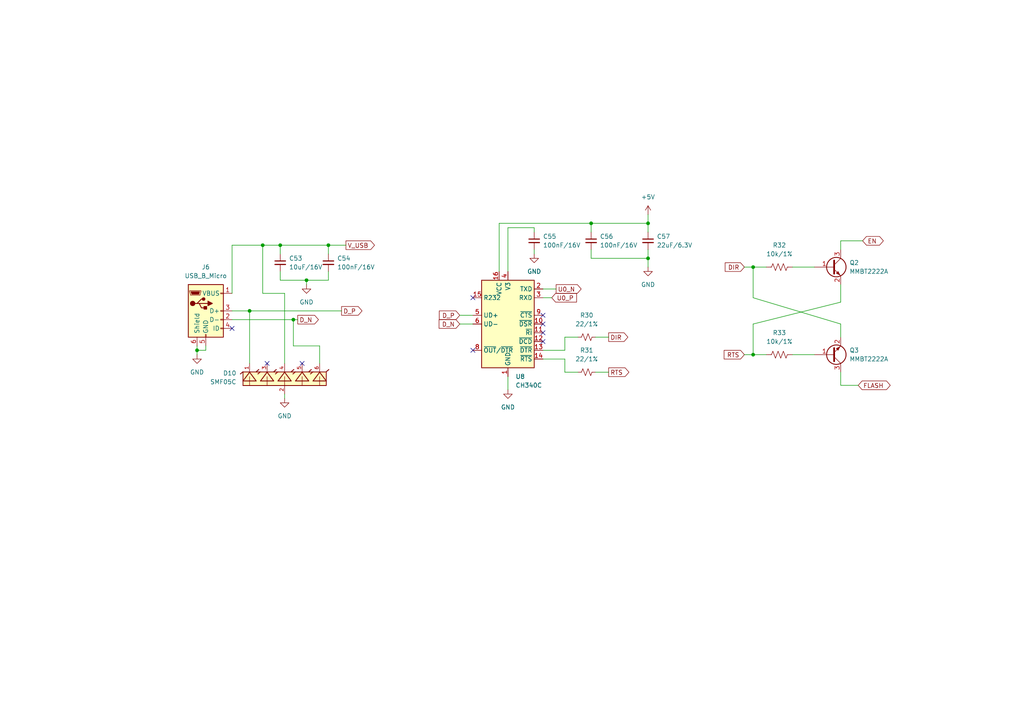
<source format=kicad_sch>
(kicad_sch (version 20230121) (generator eeschema)

  (uuid 061f9286-058e-44da-91bb-d925cbedb991)

  (paper "A4")

  (title_block
    (title "USB_TTL")
    (date "2024-03-08")
  )

  (lib_symbols
    (symbol "Connector:USB_B_Micro" (pin_names (offset 1.016)) (in_bom yes) (on_board yes)
      (property "Reference" "J" (at -5.08 11.43 0)
        (effects (font (size 1.27 1.27)) (justify left))
      )
      (property "Value" "USB_B_Micro" (at -5.08 8.89 0)
        (effects (font (size 1.27 1.27)) (justify left))
      )
      (property "Footprint" "" (at 3.81 -1.27 0)
        (effects (font (size 1.27 1.27)) hide)
      )
      (property "Datasheet" "~" (at 3.81 -1.27 0)
        (effects (font (size 1.27 1.27)) hide)
      )
      (property "ki_keywords" "connector USB micro" (at 0 0 0)
        (effects (font (size 1.27 1.27)) hide)
      )
      (property "ki_description" "USB Micro Type B connector" (at 0 0 0)
        (effects (font (size 1.27 1.27)) hide)
      )
      (property "ki_fp_filters" "USB*" (at 0 0 0)
        (effects (font (size 1.27 1.27)) hide)
      )
      (symbol "USB_B_Micro_0_1"
        (rectangle (start -5.08 -7.62) (end 5.08 7.62)
          (stroke (width 0.254) (type default))
          (fill (type background))
        )
        (circle (center -3.81 2.159) (radius 0.635)
          (stroke (width 0.254) (type default))
          (fill (type outline))
        )
        (circle (center -0.635 3.429) (radius 0.381)
          (stroke (width 0.254) (type default))
          (fill (type outline))
        )
        (rectangle (start -0.127 -7.62) (end 0.127 -6.858)
          (stroke (width 0) (type default))
          (fill (type none))
        )
        (polyline
          (pts
            (xy -1.905 2.159)
            (xy 0.635 2.159)
          )
          (stroke (width 0.254) (type default))
          (fill (type none))
        )
        (polyline
          (pts
            (xy -3.175 2.159)
            (xy -2.54 2.159)
            (xy -1.27 3.429)
            (xy -0.635 3.429)
          )
          (stroke (width 0.254) (type default))
          (fill (type none))
        )
        (polyline
          (pts
            (xy -2.54 2.159)
            (xy -1.905 2.159)
            (xy -1.27 0.889)
            (xy 0 0.889)
          )
          (stroke (width 0.254) (type default))
          (fill (type none))
        )
        (polyline
          (pts
            (xy 0.635 2.794)
            (xy 0.635 1.524)
            (xy 1.905 2.159)
            (xy 0.635 2.794)
          )
          (stroke (width 0.254) (type default))
          (fill (type outline))
        )
        (polyline
          (pts
            (xy -4.318 5.588)
            (xy -1.778 5.588)
            (xy -2.032 4.826)
            (xy -4.064 4.826)
            (xy -4.318 5.588)
          )
          (stroke (width 0) (type default))
          (fill (type outline))
        )
        (polyline
          (pts
            (xy -4.699 5.842)
            (xy -4.699 5.588)
            (xy -4.445 4.826)
            (xy -4.445 4.572)
            (xy -1.651 4.572)
            (xy -1.651 4.826)
            (xy -1.397 5.588)
            (xy -1.397 5.842)
            (xy -4.699 5.842)
          )
          (stroke (width 0) (type default))
          (fill (type none))
        )
        (rectangle (start 0.254 1.27) (end -0.508 0.508)
          (stroke (width 0.254) (type default))
          (fill (type outline))
        )
        (rectangle (start 5.08 -5.207) (end 4.318 -4.953)
          (stroke (width 0) (type default))
          (fill (type none))
        )
        (rectangle (start 5.08 -2.667) (end 4.318 -2.413)
          (stroke (width 0) (type default))
          (fill (type none))
        )
        (rectangle (start 5.08 -0.127) (end 4.318 0.127)
          (stroke (width 0) (type default))
          (fill (type none))
        )
        (rectangle (start 5.08 4.953) (end 4.318 5.207)
          (stroke (width 0) (type default))
          (fill (type none))
        )
      )
      (symbol "USB_B_Micro_1_1"
        (pin power_out line (at 7.62 5.08 180) (length 2.54)
          (name "VBUS" (effects (font (size 1.27 1.27))))
          (number "1" (effects (font (size 1.27 1.27))))
        )
        (pin bidirectional line (at 7.62 -2.54 180) (length 2.54)
          (name "D-" (effects (font (size 1.27 1.27))))
          (number "2" (effects (font (size 1.27 1.27))))
        )
        (pin bidirectional line (at 7.62 0 180) (length 2.54)
          (name "D+" (effects (font (size 1.27 1.27))))
          (number "3" (effects (font (size 1.27 1.27))))
        )
        (pin passive line (at 7.62 -5.08 180) (length 2.54)
          (name "ID" (effects (font (size 1.27 1.27))))
          (number "4" (effects (font (size 1.27 1.27))))
        )
        (pin power_out line (at 0 -10.16 90) (length 2.54)
          (name "GND" (effects (font (size 1.27 1.27))))
          (number "5" (effects (font (size 1.27 1.27))))
        )
        (pin passive line (at -2.54 -10.16 90) (length 2.54)
          (name "Shield" (effects (font (size 1.27 1.27))))
          (number "6" (effects (font (size 1.27 1.27))))
        )
      )
    )
    (symbol "Device:C_Small" (pin_numbers hide) (pin_names (offset 0.254) hide) (in_bom yes) (on_board yes)
      (property "Reference" "C" (at 0.254 1.778 0)
        (effects (font (size 1.27 1.27)) (justify left))
      )
      (property "Value" "C_Small" (at 0.254 -2.032 0)
        (effects (font (size 1.27 1.27)) (justify left))
      )
      (property "Footprint" "" (at 0 0 0)
        (effects (font (size 1.27 1.27)) hide)
      )
      (property "Datasheet" "~" (at 0 0 0)
        (effects (font (size 1.27 1.27)) hide)
      )
      (property "ki_keywords" "capacitor cap" (at 0 0 0)
        (effects (font (size 1.27 1.27)) hide)
      )
      (property "ki_description" "Unpolarized capacitor, small symbol" (at 0 0 0)
        (effects (font (size 1.27 1.27)) hide)
      )
      (property "ki_fp_filters" "C_*" (at 0 0 0)
        (effects (font (size 1.27 1.27)) hide)
      )
      (symbol "C_Small_0_1"
        (polyline
          (pts
            (xy -1.524 -0.508)
            (xy 1.524 -0.508)
          )
          (stroke (width 0.3302) (type default))
          (fill (type none))
        )
        (polyline
          (pts
            (xy -1.524 0.508)
            (xy 1.524 0.508)
          )
          (stroke (width 0.3048) (type default))
          (fill (type none))
        )
      )
      (symbol "C_Small_1_1"
        (pin passive line (at 0 2.54 270) (length 2.032)
          (name "~" (effects (font (size 1.27 1.27))))
          (number "1" (effects (font (size 1.27 1.27))))
        )
        (pin passive line (at 0 -2.54 90) (length 2.032)
          (name "~" (effects (font (size 1.27 1.27))))
          (number "2" (effects (font (size 1.27 1.27))))
        )
      )
    )
    (symbol "Device:R_Small_US" (pin_numbers hide) (pin_names (offset 0.254) hide) (in_bom yes) (on_board yes)
      (property "Reference" "R" (at 0.762 0.508 0)
        (effects (font (size 1.27 1.27)) (justify left))
      )
      (property "Value" "R_Small_US" (at 0.762 -1.016 0)
        (effects (font (size 1.27 1.27)) (justify left))
      )
      (property "Footprint" "" (at 0 0 0)
        (effects (font (size 1.27 1.27)) hide)
      )
      (property "Datasheet" "~" (at 0 0 0)
        (effects (font (size 1.27 1.27)) hide)
      )
      (property "ki_keywords" "r resistor" (at 0 0 0)
        (effects (font (size 1.27 1.27)) hide)
      )
      (property "ki_description" "Resistor, small US symbol" (at 0 0 0)
        (effects (font (size 1.27 1.27)) hide)
      )
      (property "ki_fp_filters" "R_*" (at 0 0 0)
        (effects (font (size 1.27 1.27)) hide)
      )
      (symbol "R_Small_US_1_1"
        (polyline
          (pts
            (xy 0 0)
            (xy 1.016 -0.381)
            (xy 0 -0.762)
            (xy -1.016 -1.143)
            (xy 0 -1.524)
          )
          (stroke (width 0) (type default))
          (fill (type none))
        )
        (polyline
          (pts
            (xy 0 1.524)
            (xy 1.016 1.143)
            (xy 0 0.762)
            (xy -1.016 0.381)
            (xy 0 0)
          )
          (stroke (width 0) (type default))
          (fill (type none))
        )
        (pin passive line (at 0 2.54 270) (length 1.016)
          (name "~" (effects (font (size 1.27 1.27))))
          (number "1" (effects (font (size 1.27 1.27))))
        )
        (pin passive line (at 0 -2.54 90) (length 1.016)
          (name "~" (effects (font (size 1.27 1.27))))
          (number "2" (effects (font (size 1.27 1.27))))
        )
      )
    )
    (symbol "Device:R_US" (pin_numbers hide) (pin_names (offset 0)) (in_bom yes) (on_board yes)
      (property "Reference" "R" (at 2.54 0 90)
        (effects (font (size 1.27 1.27)))
      )
      (property "Value" "R_US" (at -2.54 0 90)
        (effects (font (size 1.27 1.27)))
      )
      (property "Footprint" "" (at 1.016 -0.254 90)
        (effects (font (size 1.27 1.27)) hide)
      )
      (property "Datasheet" "~" (at 0 0 0)
        (effects (font (size 1.27 1.27)) hide)
      )
      (property "ki_keywords" "R res resistor" (at 0 0 0)
        (effects (font (size 1.27 1.27)) hide)
      )
      (property "ki_description" "Resistor, US symbol" (at 0 0 0)
        (effects (font (size 1.27 1.27)) hide)
      )
      (property "ki_fp_filters" "R_*" (at 0 0 0)
        (effects (font (size 1.27 1.27)) hide)
      )
      (symbol "R_US_0_1"
        (polyline
          (pts
            (xy 0 -2.286)
            (xy 0 -2.54)
          )
          (stroke (width 0) (type default))
          (fill (type none))
        )
        (polyline
          (pts
            (xy 0 2.286)
            (xy 0 2.54)
          )
          (stroke (width 0) (type default))
          (fill (type none))
        )
        (polyline
          (pts
            (xy 0 -0.762)
            (xy 1.016 -1.143)
            (xy 0 -1.524)
            (xy -1.016 -1.905)
            (xy 0 -2.286)
          )
          (stroke (width 0) (type default))
          (fill (type none))
        )
        (polyline
          (pts
            (xy 0 0.762)
            (xy 1.016 0.381)
            (xy 0 0)
            (xy -1.016 -0.381)
            (xy 0 -0.762)
          )
          (stroke (width 0) (type default))
          (fill (type none))
        )
        (polyline
          (pts
            (xy 0 2.286)
            (xy 1.016 1.905)
            (xy 0 1.524)
            (xy -1.016 1.143)
            (xy 0 0.762)
          )
          (stroke (width 0) (type default))
          (fill (type none))
        )
      )
      (symbol "R_US_1_1"
        (pin passive line (at 0 3.81 270) (length 1.27)
          (name "~" (effects (font (size 1.27 1.27))))
          (number "1" (effects (font (size 1.27 1.27))))
        )
        (pin passive line (at 0 -3.81 90) (length 1.27)
          (name "~" (effects (font (size 1.27 1.27))))
          (number "2" (effects (font (size 1.27 1.27))))
        )
      )
    )
    (symbol "Interface_USB:CH340C" (in_bom yes) (on_board yes)
      (property "Reference" "U" (at -5.08 13.97 0)
        (effects (font (size 1.27 1.27)) (justify right))
      )
      (property "Value" "CH340C" (at 1.27 13.97 0)
        (effects (font (size 1.27 1.27)) (justify left))
      )
      (property "Footprint" "Package_SO:SOIC-16_3.9x9.9mm_P1.27mm" (at 1.27 -13.97 0)
        (effects (font (size 1.27 1.27)) (justify left) hide)
      )
      (property "Datasheet" "https://datasheet.lcsc.com/szlcsc/Jiangsu-Qin-Heng-CH340C_C84681.pdf" (at -8.89 20.32 0)
        (effects (font (size 1.27 1.27)) hide)
      )
      (property "ki_keywords" "USB UART Serial Converter Interface" (at 0 0 0)
        (effects (font (size 1.27 1.27)) hide)
      )
      (property "ki_description" "USB serial converter, UART, SOIC-16" (at 0 0 0)
        (effects (font (size 1.27 1.27)) hide)
      )
      (property "ki_fp_filters" "SOIC*3.9x9.9mm*P1.27mm*" (at 0 0 0)
        (effects (font (size 1.27 1.27)) hide)
      )
      (symbol "CH340C_0_1"
        (rectangle (start -7.62 12.7) (end 7.62 -12.7)
          (stroke (width 0.254) (type default))
          (fill (type background))
        )
      )
      (symbol "CH340C_1_1"
        (pin power_in line (at 0 -15.24 90) (length 2.54)
          (name "GND" (effects (font (size 1.27 1.27))))
          (number "1" (effects (font (size 1.27 1.27))))
        )
        (pin input line (at 10.16 0 180) (length 2.54)
          (name "~{DSR}" (effects (font (size 1.27 1.27))))
          (number "10" (effects (font (size 1.27 1.27))))
        )
        (pin input line (at 10.16 -2.54 180) (length 2.54)
          (name "~{RI}" (effects (font (size 1.27 1.27))))
          (number "11" (effects (font (size 1.27 1.27))))
        )
        (pin input line (at 10.16 -5.08 180) (length 2.54)
          (name "~{DCD}" (effects (font (size 1.27 1.27))))
          (number "12" (effects (font (size 1.27 1.27))))
        )
        (pin output line (at 10.16 -7.62 180) (length 2.54)
          (name "~{DTR}" (effects (font (size 1.27 1.27))))
          (number "13" (effects (font (size 1.27 1.27))))
        )
        (pin output line (at 10.16 -10.16 180) (length 2.54)
          (name "~{RTS}" (effects (font (size 1.27 1.27))))
          (number "14" (effects (font (size 1.27 1.27))))
        )
        (pin input line (at -10.16 7.62 0) (length 2.54)
          (name "R232" (effects (font (size 1.27 1.27))))
          (number "15" (effects (font (size 1.27 1.27))))
        )
        (pin power_in line (at -2.54 15.24 270) (length 2.54)
          (name "VCC" (effects (font (size 1.27 1.27))))
          (number "16" (effects (font (size 1.27 1.27))))
        )
        (pin output line (at 10.16 10.16 180) (length 2.54)
          (name "TXD" (effects (font (size 1.27 1.27))))
          (number "2" (effects (font (size 1.27 1.27))))
        )
        (pin input line (at 10.16 7.62 180) (length 2.54)
          (name "RXD" (effects (font (size 1.27 1.27))))
          (number "3" (effects (font (size 1.27 1.27))))
        )
        (pin power_out line (at 0 15.24 270) (length 2.54)
          (name "V3" (effects (font (size 1.27 1.27))))
          (number "4" (effects (font (size 1.27 1.27))))
        )
        (pin bidirectional line (at -10.16 2.54 0) (length 2.54)
          (name "UD+" (effects (font (size 1.27 1.27))))
          (number "5" (effects (font (size 1.27 1.27))))
        )
        (pin bidirectional line (at -10.16 0 0) (length 2.54)
          (name "UD-" (effects (font (size 1.27 1.27))))
          (number "6" (effects (font (size 1.27 1.27))))
        )
        (pin no_connect line (at -7.62 -5.08 0) (length 2.54) hide
          (name "NC" (effects (font (size 1.27 1.27))))
          (number "7" (effects (font (size 1.27 1.27))))
        )
        (pin output line (at -10.16 -7.62 0) (length 2.54)
          (name "~{OUT}/~{DTR}" (effects (font (size 1.27 1.27))))
          (number "8" (effects (font (size 1.27 1.27))))
        )
        (pin input line (at 10.16 2.54 180) (length 2.54)
          (name "~{CTS}" (effects (font (size 1.27 1.27))))
          (number "9" (effects (font (size 1.27 1.27))))
        )
      )
    )
    (symbol "MMBT2222A:MMBT2222A" (pin_names (offset 1.016)) (in_bom yes) (on_board yes)
      (property "Reference" "Q" (at 5.08 2.54 0)
        (effects (font (size 1.27 1.27)) (justify left bottom))
      )
      (property "Value" "MMBT2222A" (at 7.62 0 0)
        (effects (font (size 1.27 1.27)) (justify left bottom))
      )
      (property "Footprint" "MMBT2222A:SOT103P240X110-3N" (at -2.54 11.43 0)
        (effects (font (size 1.27 1.27)) (justify bottom) hide)
      )
      (property "Datasheet" "" (at 0 0 0)
        (effects (font (size 1.27 1.27)) hide)
      )
      (symbol "MMBT2222A_0_1"
        (polyline
          (pts
            (xy 1.905 0.635)
            (xy 3.81 2.54)
          )
          (stroke (width 0) (type default))
          (fill (type none))
        )
        (polyline
          (pts
            (xy 1.905 -0.635)
            (xy 3.81 -2.54)
            (xy 3.81 -2.54)
          )
          (stroke (width 0) (type default))
          (fill (type none))
        )
        (polyline
          (pts
            (xy 1.905 1.905)
            (xy 1.905 -1.905)
            (xy 1.905 -1.905)
          )
          (stroke (width 0.508) (type default))
          (fill (type none))
        )
        (polyline
          (pts
            (xy 2.54 -1.778)
            (xy 3.048 -1.27)
            (xy 3.556 -2.286)
            (xy 2.54 -1.778)
            (xy 2.54 -1.778)
          )
          (stroke (width 0) (type default))
          (fill (type outline))
        )
        (circle (center 2.54 0) (radius 2.8194)
          (stroke (width 0.254) (type default))
          (fill (type none))
        )
      )
      (symbol "MMBT2222A_1_1"
        (pin passive line (at -3.81 0 0) (length 5.715)
          (name "" (effects (font (size 1.27 1.27))))
          (number "1" (effects (font (size 1.27 1.27))))
        )
        (pin passive line (at 3.81 -5.08 90) (length 2.54)
          (name "" (effects (font (size 1.27 1.27))))
          (number "2" (effects (font (size 1.27 1.27))))
        )
        (pin passive line (at 3.81 5.08 270) (length 2.54)
          (name "" (effects (font (size 1.27 1.27))))
          (number "3" (effects (font (size 1.27 1.27))))
        )
      )
    )
    (symbol "SMF05C:SMF05C" (pin_names (offset 1.016)) (in_bom yes) (on_board yes)
      (property "Reference" "D" (at -23.0178 0.1016 0)
        (effects (font (size 1.27 1.27)) (justify left bottom))
      )
      (property "Value" "SMF05C" (at -23.0396 -1.9581 0)
        (effects (font (size 1.27 1.27)) (justify left bottom))
      )
      (property "Footprint" "SMF05C:SC70-6" (at 0 0 0)
        (effects (font (size 1.27 1.27)) (justify bottom) hide)
      )
      (property "Datasheet" "" (at 0 0 0)
        (effects (font (size 1.27 1.27)) hide)
      )
      (property "Description" "SMF05C ESD Protection Diode Array SOT-363" (at 1.27 -13.97 0)
        (effects (font (size 1.27 1.27)) (justify bottom) hide)
      )
      (property "URL" "https://www.thegioiic.com/smf05c-esd-protection-diode-array-sot-363" (at 0 -10.16 0)
        (effects (font (size 1.27 1.27)) hide)
      )
      (symbol "SMF05C_0_0"
        (rectangle (start -9.525 1.3335) (end 14.605 -2.6035)
          (stroke (width 0.254) (type default))
          (fill (type background))
        )
        (polyline
          (pts
            (xy -9.525 -1.27)
            (xy -5.715 -1.27)
          )
          (stroke (width 0.254) (type default))
          (fill (type none))
        )
        (polyline
          (pts
            (xy -9.525 1.397)
            (xy -10.287 0.762)
          )
          (stroke (width 0.254) (type default))
          (fill (type none))
        )
        (polyline
          (pts
            (xy -7.62 0)
            (xy -7.62 -2.54)
          )
          (stroke (width 0.1524) (type default))
          (fill (type none))
        )
        (polyline
          (pts
            (xy -7.62 1.27)
            (xy -9.525 -1.27)
          )
          (stroke (width 0.254) (type default))
          (fill (type none))
        )
        (polyline
          (pts
            (xy -5.715 -1.27)
            (xy -7.62 1.27)
          )
          (stroke (width 0.254) (type default))
          (fill (type none))
        )
        (polyline
          (pts
            (xy -5.715 1.397)
            (xy -4.953 2.032)
          )
          (stroke (width 0.254) (type default))
          (fill (type none))
        )
        (polyline
          (pts
            (xy -4.445 -1.27)
            (xy -0.635 -1.27)
          )
          (stroke (width 0.254) (type default))
          (fill (type none))
        )
        (polyline
          (pts
            (xy -4.445 1.397)
            (xy -5.207 0.762)
          )
          (stroke (width 0.254) (type default))
          (fill (type none))
        )
        (polyline
          (pts
            (xy -2.54 0)
            (xy -2.54 -2.54)
          )
          (stroke (width 0.1524) (type default))
          (fill (type none))
        )
        (polyline
          (pts
            (xy -2.54 1.27)
            (xy -4.445 -1.27)
          )
          (stroke (width 0.254) (type default))
          (fill (type none))
        )
        (polyline
          (pts
            (xy -0.635 -1.27)
            (xy -2.54 1.27)
          )
          (stroke (width 0.254) (type default))
          (fill (type none))
        )
        (polyline
          (pts
            (xy -0.635 1.397)
            (xy 0.127 2.032)
          )
          (stroke (width 0.254) (type default))
          (fill (type none))
        )
        (polyline
          (pts
            (xy 0.635 -1.27)
            (xy 4.445 -1.27)
          )
          (stroke (width 0.254) (type default))
          (fill (type none))
        )
        (polyline
          (pts
            (xy 0.635 1.397)
            (xy -0.127 0.762)
          )
          (stroke (width 0.254) (type default))
          (fill (type none))
        )
        (polyline
          (pts
            (xy 2.54 0)
            (xy 2.54 -2.54)
          )
          (stroke (width 0.1524) (type default))
          (fill (type none))
        )
        (polyline
          (pts
            (xy 2.54 1.27)
            (xy 0.635 -1.27)
          )
          (stroke (width 0.254) (type default))
          (fill (type none))
        )
        (polyline
          (pts
            (xy 4.445 -1.27)
            (xy 2.54 1.27)
          )
          (stroke (width 0.254) (type default))
          (fill (type none))
        )
        (polyline
          (pts
            (xy 4.445 1.397)
            (xy 5.207 2.032)
          )
          (stroke (width 0.254) (type default))
          (fill (type none))
        )
        (polyline
          (pts
            (xy 5.715 -1.27)
            (xy 9.525 -1.27)
          )
          (stroke (width 0.254) (type default))
          (fill (type none))
        )
        (polyline
          (pts
            (xy 5.715 1.397)
            (xy 4.953 0.762)
          )
          (stroke (width 0.254) (type default))
          (fill (type none))
        )
        (polyline
          (pts
            (xy 7.62 0)
            (xy 7.62 -2.54)
          )
          (stroke (width 0.1524) (type default))
          (fill (type none))
        )
        (polyline
          (pts
            (xy 7.62 1.27)
            (xy 5.715 -1.27)
          )
          (stroke (width 0.254) (type default))
          (fill (type none))
        )
        (polyline
          (pts
            (xy 9.525 -1.27)
            (xy 7.62 1.27)
          )
          (stroke (width 0.254) (type default))
          (fill (type none))
        )
        (polyline
          (pts
            (xy 9.525 1.397)
            (xy 10.287 2.032)
          )
          (stroke (width 0.254) (type default))
          (fill (type none))
        )
        (polyline
          (pts
            (xy 10.795 -1.27)
            (xy 14.605 -1.27)
          )
          (stroke (width 0.254) (type default))
          (fill (type none))
        )
        (polyline
          (pts
            (xy 10.795 1.397)
            (xy 10.033 0.762)
          )
          (stroke (width 0.254) (type default))
          (fill (type none))
        )
        (polyline
          (pts
            (xy 12.7 0)
            (xy 12.7 -2.54)
          )
          (stroke (width 0.1524) (type default))
          (fill (type none))
        )
        (polyline
          (pts
            (xy 12.7 1.27)
            (xy 10.795 -1.27)
          )
          (stroke (width 0.254) (type default))
          (fill (type none))
        )
        (polyline
          (pts
            (xy 14.605 -1.27)
            (xy 12.7 1.27)
          )
          (stroke (width 0.254) (type default))
          (fill (type none))
        )
        (polyline
          (pts
            (xy 14.605 1.397)
            (xy 15.367 2.032)
          )
          (stroke (width 0.254) (type default))
          (fill (type none))
        )
        (pin passive line (at -7.62 3.81 270) (length 2.54)
          (name "~" (effects (font (size 1.016 1.016))))
          (number "1" (effects (font (size 1.016 1.016))))
        )
        (pin passive line (at 2.54 -5.08 90) (length 2.54)
          (name "~" (effects (font (size 1.016 1.016))))
          (number "2" (effects (font (size 1.016 1.016))))
        )
        (pin passive line (at -2.54 3.81 270) (length 2.54)
          (name "~" (effects (font (size 1.016 1.016))))
          (number "3" (effects (font (size 1.016 1.016))))
        )
        (pin passive line (at 2.54 3.81 270) (length 2.54)
          (name "~" (effects (font (size 1.016 1.016))))
          (number "4" (effects (font (size 1.016 1.016))))
        )
        (pin passive line (at 7.62 3.81 270) (length 2.54)
          (name "~" (effects (font (size 1.016 1.016))))
          (number "5" (effects (font (size 1.016 1.016))))
        )
        (pin passive line (at 12.7 3.81 270) (length 2.54)
          (name "~" (effects (font (size 1.016 1.016))))
          (number "6" (effects (font (size 1.016 1.016))))
        )
      )
    )
    (symbol "power:+5V" (power) (pin_names (offset 0)) (in_bom yes) (on_board yes)
      (property "Reference" "#PWR" (at 0 -3.81 0)
        (effects (font (size 1.27 1.27)) hide)
      )
      (property "Value" "+5V" (at 0 3.556 0)
        (effects (font (size 1.27 1.27)))
      )
      (property "Footprint" "" (at 0 0 0)
        (effects (font (size 1.27 1.27)) hide)
      )
      (property "Datasheet" "" (at 0 0 0)
        (effects (font (size 1.27 1.27)) hide)
      )
      (property "ki_keywords" "global power" (at 0 0 0)
        (effects (font (size 1.27 1.27)) hide)
      )
      (property "ki_description" "Power symbol creates a global label with name \"+5V\"" (at 0 0 0)
        (effects (font (size 1.27 1.27)) hide)
      )
      (symbol "+5V_0_1"
        (polyline
          (pts
            (xy -0.762 1.27)
            (xy 0 2.54)
          )
          (stroke (width 0) (type default))
          (fill (type none))
        )
        (polyline
          (pts
            (xy 0 0)
            (xy 0 2.54)
          )
          (stroke (width 0) (type default))
          (fill (type none))
        )
        (polyline
          (pts
            (xy 0 2.54)
            (xy 0.762 1.27)
          )
          (stroke (width 0) (type default))
          (fill (type none))
        )
      )
      (symbol "+5V_1_1"
        (pin power_in line (at 0 0 90) (length 0) hide
          (name "+5V" (effects (font (size 1.27 1.27))))
          (number "1" (effects (font (size 1.27 1.27))))
        )
      )
    )
    (symbol "power:GND" (power) (pin_names (offset 0)) (in_bom yes) (on_board yes)
      (property "Reference" "#PWR" (at 0 -6.35 0)
        (effects (font (size 1.27 1.27)) hide)
      )
      (property "Value" "GND" (at 0 -3.81 0)
        (effects (font (size 1.27 1.27)))
      )
      (property "Footprint" "" (at 0 0 0)
        (effects (font (size 1.27 1.27)) hide)
      )
      (property "Datasheet" "" (at 0 0 0)
        (effects (font (size 1.27 1.27)) hide)
      )
      (property "ki_keywords" "global power" (at 0 0 0)
        (effects (font (size 1.27 1.27)) hide)
      )
      (property "ki_description" "Power symbol creates a global label with name \"GND\" , ground" (at 0 0 0)
        (effects (font (size 1.27 1.27)) hide)
      )
      (symbol "GND_0_1"
        (polyline
          (pts
            (xy 0 0)
            (xy 0 -1.27)
            (xy 1.27 -1.27)
            (xy 0 -2.54)
            (xy -1.27 -1.27)
            (xy 0 -1.27)
          )
          (stroke (width 0) (type default))
          (fill (type none))
        )
      )
      (symbol "GND_1_1"
        (pin power_in line (at 0 0 270) (length 0) hide
          (name "GND" (effects (font (size 1.27 1.27))))
          (number "1" (effects (font (size 1.27 1.27))))
        )
      )
    )
  )

  (junction (at 57.15 101.6) (diameter 0) (color 0 0 0 0)
    (uuid 03df54a8-cca7-4ab2-9999-007c4a990c5d)
  )
  (junction (at 76.2 71.12) (diameter 0) (color 0 0 0 0)
    (uuid 0ea3d409-8bf5-4904-a4a2-64927b2ae5a2)
  )
  (junction (at 72.39 90.17) (diameter 0) (color 0 0 0 0)
    (uuid 170b587d-1119-4f89-b1b0-6e56db6eb814)
  )
  (junction (at 218.44 102.87) (diameter 0) (color 0 0 0 0)
    (uuid 191a9082-76dc-44f2-a4e8-5a738f9f46a2)
  )
  (junction (at 187.96 74.93) (diameter 0) (color 0 0 0 0)
    (uuid 3565b68d-0a5d-4bce-a75d-40c9bb3e53ef)
  )
  (junction (at 218.44 77.47) (diameter 0) (color 0 0 0 0)
    (uuid 68391e4e-8dfd-4409-866a-878db17e2d5b)
  )
  (junction (at 85.09 92.71) (diameter 0) (color 0 0 0 0)
    (uuid 8a5177d7-0eab-4556-adc3-7c1c8d4dd9c5)
  )
  (junction (at 81.28 71.12) (diameter 0) (color 0 0 0 0)
    (uuid 8c0a9951-7c3f-476a-9811-ee19ae0422e5)
  )
  (junction (at 171.45 64.77) (diameter 0) (color 0 0 0 0)
    (uuid 8f229a81-f36c-4177-8fa6-1339fd3841ae)
  )
  (junction (at 95.25 71.12) (diameter 0) (color 0 0 0 0)
    (uuid e5e3e9dc-b6b0-4ac4-8c15-c05dd18edd8c)
  )
  (junction (at 187.96 64.77) (diameter 0) (color 0 0 0 0)
    (uuid f5b23cc7-ccb2-4354-a282-137973109067)
  )
  (junction (at 88.9 81.28) (diameter 0) (color 0 0 0 0)
    (uuid fd419425-85d1-4ce0-b7d5-78921ff22472)
  )

  (no_connect (at 157.48 91.44) (uuid 59a82f2a-ddf8-4d8a-b0be-573831cfcc77))
  (no_connect (at 157.48 99.06) (uuid 73ceedb9-b5c1-4464-b29f-8b70b6319e4b))
  (no_connect (at 137.16 86.36) (uuid 899e8d3d-f036-45d9-9eca-f62f8452994c))
  (no_connect (at 157.48 93.98) (uuid 8af30d43-6e3e-42da-a357-70c36bb34a51))
  (no_connect (at 137.16 101.6) (uuid 924ded8b-7044-481c-bfaa-37fc3f2aa80a))
  (no_connect (at 67.31 95.25) (uuid c4446df9-8911-49ba-85e5-0f1f186ce61e))
  (no_connect (at 77.47 105.41) (uuid dab33008-45cf-4b73-b4f1-4a2a47e8747e))
  (no_connect (at 87.63 105.41) (uuid f42e578a-df1c-4797-b5f5-7bca4bff49ca))
  (no_connect (at 157.48 96.52) (uuid f5a661fe-2b54-4b34-a55e-8be701072835))

  (wire (pts (xy 229.87 102.87) (xy 236.22 102.87))
    (stroke (width 0) (type default))
    (uuid 03affe91-f6d9-42f7-b1e7-d093fc7e5eb3)
  )
  (wire (pts (xy 88.9 81.28) (xy 95.25 81.28))
    (stroke (width 0) (type default))
    (uuid 04f2d16a-623d-47a0-bec8-97b9eec93fa1)
  )
  (wire (pts (xy 92.71 100.33) (xy 85.09 100.33))
    (stroke (width 0) (type default))
    (uuid 072675d4-8c57-40fc-b6fe-3fa7779038e2)
  )
  (wire (pts (xy 157.48 86.36) (xy 160.02 86.36))
    (stroke (width 0) (type default))
    (uuid 17153db6-70eb-4c30-a8de-dc1abd996f65)
  )
  (wire (pts (xy 67.31 92.71) (xy 85.09 92.71))
    (stroke (width 0) (type default))
    (uuid 19c1576a-5264-43f7-8699-aec1447c5664)
  )
  (wire (pts (xy 218.44 102.87) (xy 218.44 93.98))
    (stroke (width 0) (type default))
    (uuid 25e64118-ea34-44b4-a618-8b55f94496ee)
  )
  (wire (pts (xy 229.87 77.47) (xy 236.22 77.47))
    (stroke (width 0) (type default))
    (uuid 2d618022-9ce5-480d-9d2f-7824446b1df5)
  )
  (wire (pts (xy 171.45 64.77) (xy 187.96 64.77))
    (stroke (width 0) (type default))
    (uuid 3249426e-8f16-428e-ad9a-cf13df2cf015)
  )
  (wire (pts (xy 163.83 97.79) (xy 167.64 97.79))
    (stroke (width 0) (type default))
    (uuid 32508414-4b1e-4f62-99e8-a4dc653c7285)
  )
  (wire (pts (xy 243.84 69.85) (xy 243.84 72.39))
    (stroke (width 0) (type default))
    (uuid 3ab44890-da71-48fa-a273-17f90da6c695)
  )
  (wire (pts (xy 92.71 105.41) (xy 92.71 100.33))
    (stroke (width 0) (type default))
    (uuid 3b89ea93-f96c-4809-8b9a-b54ab0ea2c2d)
  )
  (wire (pts (xy 85.09 100.33) (xy 85.09 92.71))
    (stroke (width 0) (type default))
    (uuid 422caf86-e860-430d-99bf-1c7f597b3c6d)
  )
  (wire (pts (xy 187.96 74.93) (xy 187.96 77.47))
    (stroke (width 0) (type default))
    (uuid 43a6c759-b82f-46da-897e-8ba9048cfabe)
  )
  (wire (pts (xy 57.15 101.6) (xy 59.69 101.6))
    (stroke (width 0) (type default))
    (uuid 450a942d-ea58-4d55-ad45-9082bb2f03d5)
  )
  (wire (pts (xy 88.9 81.28) (xy 88.9 82.55))
    (stroke (width 0) (type default))
    (uuid 4706d7c7-ad85-4da0-9b0d-c306c1407131)
  )
  (wire (pts (xy 133.35 93.98) (xy 137.16 93.98))
    (stroke (width 0) (type default))
    (uuid 482f7be7-2a19-48e1-bc5b-b1eaea9b09a0)
  )
  (wire (pts (xy 81.28 78.74) (xy 81.28 81.28))
    (stroke (width 0) (type default))
    (uuid 50e840fe-7774-4208-a3dd-a3d6c6c27ca2)
  )
  (wire (pts (xy 72.39 90.17) (xy 99.06 90.17))
    (stroke (width 0) (type default))
    (uuid 53d22003-aa16-4ea6-b988-d8b4d2d72e07)
  )
  (wire (pts (xy 154.94 66.04) (xy 154.94 67.31))
    (stroke (width 0) (type default))
    (uuid 57d94ee6-c06c-40f5-bb04-f9b4910ccc83)
  )
  (wire (pts (xy 215.9 77.47) (xy 218.44 77.47))
    (stroke (width 0) (type default))
    (uuid 615f1e8e-369f-48a5-bfe3-0b317e23a60f)
  )
  (wire (pts (xy 57.15 101.6) (xy 57.15 102.87))
    (stroke (width 0) (type default))
    (uuid 665987dc-7b07-4421-90b8-7572795a62ab)
  )
  (wire (pts (xy 218.44 93.98) (xy 243.84 87.63))
    (stroke (width 0) (type default))
    (uuid 6d146298-adde-4581-8f5d-ee43cde8b0d5)
  )
  (wire (pts (xy 57.15 100.33) (xy 57.15 101.6))
    (stroke (width 0) (type default))
    (uuid 6fbcb8ca-f449-4f7c-a918-4af107a8b8f1)
  )
  (wire (pts (xy 82.55 114.3) (xy 82.55 115.57))
    (stroke (width 0) (type default))
    (uuid 73765465-6b59-4191-95a8-720719e110ee)
  )
  (wire (pts (xy 218.44 86.36) (xy 243.84 93.98))
    (stroke (width 0) (type default))
    (uuid 7c6b29a2-d1a8-47cb-b17c-d2eb5b1b72a1)
  )
  (wire (pts (xy 133.35 91.44) (xy 137.16 91.44))
    (stroke (width 0) (type default))
    (uuid 7cf9d323-b2ce-4115-8b86-be9deb462503)
  )
  (wire (pts (xy 59.69 101.6) (xy 59.69 100.33))
    (stroke (width 0) (type default))
    (uuid 7f0aaa21-9ae4-4775-a425-bb94ae62f8d1)
  )
  (wire (pts (xy 250.19 69.85) (xy 243.84 69.85))
    (stroke (width 0) (type default))
    (uuid 7fba5132-0d1a-4d47-a774-c2761c2eb41d)
  )
  (wire (pts (xy 95.25 81.28) (xy 95.25 78.74))
    (stroke (width 0) (type default))
    (uuid 846eb643-296d-4513-b67e-0ca3d93b344c)
  )
  (wire (pts (xy 95.25 71.12) (xy 95.25 73.66))
    (stroke (width 0) (type default))
    (uuid 85583b19-a587-4c6a-a664-08cb191e2370)
  )
  (wire (pts (xy 144.78 64.77) (xy 171.45 64.77))
    (stroke (width 0) (type default))
    (uuid 8905d24d-f444-46c7-9529-1aa2ce6bfcd1)
  )
  (wire (pts (xy 157.48 101.6) (xy 163.83 101.6))
    (stroke (width 0) (type default))
    (uuid 8d904387-71b8-44b4-a8e5-8cfb6242a4e9)
  )
  (wire (pts (xy 147.32 109.22) (xy 147.32 113.03))
    (stroke (width 0) (type default))
    (uuid 8e7a5297-f34f-4156-a173-8fc14abc76a3)
  )
  (wire (pts (xy 187.96 72.39) (xy 187.96 74.93))
    (stroke (width 0) (type default))
    (uuid 8f470760-76f3-48ed-aa9e-1d61dc0c53f5)
  )
  (wire (pts (xy 157.48 83.82) (xy 161.29 83.82))
    (stroke (width 0) (type default))
    (uuid 90e00821-2396-426a-b1b5-d21452de70a8)
  )
  (wire (pts (xy 243.84 111.76) (xy 248.92 111.76))
    (stroke (width 0) (type default))
    (uuid 99202ab2-9d9f-406c-bac7-7b043c3defb8)
  )
  (wire (pts (xy 144.78 64.77) (xy 144.78 78.74))
    (stroke (width 0) (type default))
    (uuid 99ea73c6-c760-426a-9a9c-98c8892659b4)
  )
  (wire (pts (xy 218.44 77.47) (xy 218.44 86.36))
    (stroke (width 0) (type default))
    (uuid 9a10a4e8-d0b1-48e2-807c-18c353e4724a)
  )
  (wire (pts (xy 67.31 71.12) (xy 76.2 71.12))
    (stroke (width 0) (type default))
    (uuid 9c094717-85bb-46e0-98a2-1f9ed2ebc62e)
  )
  (wire (pts (xy 95.25 71.12) (xy 100.33 71.12))
    (stroke (width 0) (type default))
    (uuid 9e4db0f3-0506-433b-9257-db40c5d19665)
  )
  (wire (pts (xy 172.72 97.79) (xy 176.53 97.79))
    (stroke (width 0) (type default))
    (uuid 9f29ad4d-b3f1-4125-8c69-65af228e0407)
  )
  (wire (pts (xy 172.72 107.95) (xy 176.53 107.95))
    (stroke (width 0) (type default))
    (uuid a1315404-6a70-471d-8501-b4add32668f5)
  )
  (wire (pts (xy 147.32 78.74) (xy 147.32 66.04))
    (stroke (width 0) (type default))
    (uuid a5d42d74-d0b9-44ec-a5f6-1a35f1887ca3)
  )
  (wire (pts (xy 82.55 105.41) (xy 82.55 85.09))
    (stroke (width 0) (type default))
    (uuid a7133b51-8543-4dab-97e8-d09b82d31690)
  )
  (wire (pts (xy 163.83 104.14) (xy 163.83 107.95))
    (stroke (width 0) (type default))
    (uuid a9fe81aa-c66f-45c4-a4e1-b55e1a456b6f)
  )
  (wire (pts (xy 81.28 81.28) (xy 88.9 81.28))
    (stroke (width 0) (type default))
    (uuid ab252132-ed62-43d5-a007-eb843b3afa29)
  )
  (wire (pts (xy 157.48 104.14) (xy 163.83 104.14))
    (stroke (width 0) (type default))
    (uuid ae5b0742-6847-45aa-a8e8-f2bfa32e2690)
  )
  (wire (pts (xy 218.44 77.47) (xy 222.25 77.47))
    (stroke (width 0) (type default))
    (uuid aeb6ad43-cca2-4292-a2ae-107f9bbb4506)
  )
  (wire (pts (xy 154.94 73.66) (xy 154.94 72.39))
    (stroke (width 0) (type default))
    (uuid b7abb0a7-0315-4f48-a8dc-8d151fe859b0)
  )
  (wire (pts (xy 81.28 71.12) (xy 81.28 73.66))
    (stroke (width 0) (type default))
    (uuid b85c7c3f-4a00-4cad-9768-64d2956dd860)
  )
  (wire (pts (xy 147.32 66.04) (xy 154.94 66.04))
    (stroke (width 0) (type default))
    (uuid c0833024-28f5-4d29-a7cb-eaf901c00c9e)
  )
  (wire (pts (xy 163.83 107.95) (xy 167.64 107.95))
    (stroke (width 0) (type default))
    (uuid c2cfb250-4a81-461c-916c-85b51c032e85)
  )
  (wire (pts (xy 81.28 71.12) (xy 95.25 71.12))
    (stroke (width 0) (type default))
    (uuid c876b90e-8b4f-4224-85cb-51cdb2c3c04a)
  )
  (wire (pts (xy 72.39 90.17) (xy 72.39 105.41))
    (stroke (width 0) (type default))
    (uuid cc6a577e-8b83-457d-b547-5b3b252825a8)
  )
  (wire (pts (xy 76.2 71.12) (xy 81.28 71.12))
    (stroke (width 0) (type default))
    (uuid ccd27a78-f0ac-41b7-b2b3-6d6d99f7ed78)
  )
  (wire (pts (xy 171.45 64.77) (xy 171.45 67.31))
    (stroke (width 0) (type default))
    (uuid ccdfa0e9-a82a-4305-8885-580605e449d3)
  )
  (wire (pts (xy 215.9 102.87) (xy 218.44 102.87))
    (stroke (width 0) (type default))
    (uuid cf3077ad-f2c1-4b47-901e-32ddaa84289d)
  )
  (wire (pts (xy 218.44 102.87) (xy 222.25 102.87))
    (stroke (width 0) (type default))
    (uuid d401de64-724f-4bc6-a637-659c0ffd4997)
  )
  (wire (pts (xy 243.84 87.63) (xy 243.84 82.55))
    (stroke (width 0) (type default))
    (uuid d6c2a449-abee-48cc-8621-6d9dc219d441)
  )
  (wire (pts (xy 85.09 92.71) (xy 86.36 92.71))
    (stroke (width 0) (type default))
    (uuid db974837-2e54-43fe-bc02-c7d15f60da53)
  )
  (wire (pts (xy 171.45 72.39) (xy 171.45 74.93))
    (stroke (width 0) (type default))
    (uuid dbbcf674-af09-4192-a764-c1bafe965f70)
  )
  (wire (pts (xy 187.96 62.23) (xy 187.96 64.77))
    (stroke (width 0) (type default))
    (uuid df44af0d-7775-489c-bac9-f3d9bdf37036)
  )
  (wire (pts (xy 187.96 64.77) (xy 187.96 67.31))
    (stroke (width 0) (type default))
    (uuid e0057ff2-c3aa-4115-b1a9-978c02527629)
  )
  (wire (pts (xy 82.55 85.09) (xy 76.2 85.09))
    (stroke (width 0) (type default))
    (uuid e061d9cc-8f9e-48ca-8aff-06c61afd59a8)
  )
  (wire (pts (xy 171.45 74.93) (xy 187.96 74.93))
    (stroke (width 0) (type default))
    (uuid e7f145a8-d9ed-458a-8d78-b6ae35accf33)
  )
  (wire (pts (xy 243.84 107.95) (xy 243.84 111.76))
    (stroke (width 0) (type default))
    (uuid ec70222d-4bcf-4c64-92c2-8908435fca10)
  )
  (wire (pts (xy 243.84 93.98) (xy 243.84 97.79))
    (stroke (width 0) (type default))
    (uuid ed35b30c-8bb4-41a9-9a8d-76ad643ac3c1)
  )
  (wire (pts (xy 67.31 85.09) (xy 67.31 71.12))
    (stroke (width 0) (type default))
    (uuid ef6fd1ad-1f5f-411b-af48-679031b00ee9)
  )
  (wire (pts (xy 67.31 90.17) (xy 72.39 90.17))
    (stroke (width 0) (type default))
    (uuid f74ea162-94a5-4096-ac48-8cbfc12fa00f)
  )
  (wire (pts (xy 163.83 101.6) (xy 163.83 97.79))
    (stroke (width 0) (type default))
    (uuid f9090db9-3953-4b1e-8f8c-cb451a204f0c)
  )
  (wire (pts (xy 76.2 85.09) (xy 76.2 71.12))
    (stroke (width 0) (type default))
    (uuid fd5fa14e-2eb7-4cbb-ba39-573743d31a60)
  )

  (global_label "D_N" (shape output) (at 86.36 92.71 0) (fields_autoplaced)
    (effects (font (size 1.27 1.27)) (justify left))
    (uuid 1d6a5670-1e80-4fb0-ac00-fdd0db5fad12)
    (property "Intersheetrefs" "${INTERSHEET_REFS}" (at 92.9133 92.71 0)
      (effects (font (size 1.27 1.27)) (justify left) hide)
    )
  )
  (global_label "U0_N" (shape output) (at 161.29 83.82 0) (fields_autoplaced)
    (effects (font (size 1.27 1.27)) (justify left))
    (uuid 23373752-c2f0-460c-ae53-7534602c9324)
    (property "Intersheetrefs" "${INTERSHEET_REFS}" (at 169.1133 83.82 0)
      (effects (font (size 1.27 1.27)) (justify left) hide)
    )
  )
  (global_label "V_USB" (shape output) (at 100.33 71.12 0) (fields_autoplaced)
    (effects (font (size 1.27 1.27)) (justify left))
    (uuid 306e8688-ee77-479f-832f-3159ec25a9fc)
    (property "Intersheetrefs" "${INTERSHEET_REFS}" (at 109.1814 71.12 0)
      (effects (font (size 1.27 1.27)) (justify left) hide)
    )
  )
  (global_label "DIR" (shape input) (at 215.9 77.47 180) (fields_autoplaced)
    (effects (font (size 1.27 1.27)) (justify right))
    (uuid 44abd5a8-3f2b-41f6-88f3-be4695ba9627)
    (property "Intersheetrefs" "${INTERSHEET_REFS}" (at 209.77 77.47 0)
      (effects (font (size 1.27 1.27)) (justify right) hide)
    )
  )
  (global_label "D_P" (shape output) (at 99.06 90.17 0) (fields_autoplaced)
    (effects (font (size 1.27 1.27)) (justify left))
    (uuid 481c6673-3395-421f-959f-b82fd3832754)
    (property "Intersheetrefs" "${INTERSHEET_REFS}" (at 105.5528 90.17 0)
      (effects (font (size 1.27 1.27)) (justify left) hide)
    )
  )
  (global_label "D_P" (shape input) (at 133.35 91.44 180) (fields_autoplaced)
    (effects (font (size 1.27 1.27)) (justify right))
    (uuid 541fd47d-66c9-4dc2-9248-8e3514cc4ba0)
    (property "Intersheetrefs" "${INTERSHEET_REFS}" (at 126.8572 91.44 0)
      (effects (font (size 1.27 1.27)) (justify right) hide)
    )
  )
  (global_label "RTS" (shape output) (at 176.53 107.95 0) (fields_autoplaced)
    (effects (font (size 1.27 1.27)) (justify left))
    (uuid 56f0c6d2-304d-4754-8672-13ee5fa2812d)
    (property "Intersheetrefs" "${INTERSHEET_REFS}" (at 182.9623 107.95 0)
      (effects (font (size 1.27 1.27)) (justify left) hide)
    )
  )
  (global_label "RTS" (shape input) (at 215.9 102.87 180) (fields_autoplaced)
    (effects (font (size 1.27 1.27)) (justify right))
    (uuid 8ea3a84e-98ed-46e0-b7c0-b255ac8c3563)
    (property "Intersheetrefs" "${INTERSHEET_REFS}" (at 209.4677 102.87 0)
      (effects (font (size 1.27 1.27)) (justify right) hide)
    )
  )
  (global_label "U0_P" (shape input) (at 160.02 86.36 0) (fields_autoplaced)
    (effects (font (size 1.27 1.27)) (justify left))
    (uuid a09f2d01-8bbd-49d3-9a2d-f906fd0cafe2)
    (property "Intersheetrefs" "${INTERSHEET_REFS}" (at 167.7828 86.36 0)
      (effects (font (size 1.27 1.27)) (justify left) hide)
    )
  )
  (global_label "FLASH" (shape bidirectional) (at 248.92 111.76 0) (fields_autoplaced)
    (effects (font (size 1.27 1.27)) (justify left))
    (uuid b37d074c-0e5b-4619-85dd-cfa98200b4c7)
    (property "Intersheetrefs" "${INTERSHEET_REFS}" (at 258.7618 111.76 0)
      (effects (font (size 1.27 1.27)) (justify left) hide)
    )
  )
  (global_label "EN" (shape bidirectional) (at 250.19 69.85 0) (fields_autoplaced)
    (effects (font (size 1.27 1.27)) (justify left))
    (uuid d800a63b-1cce-4ffa-9e6d-1c1bfe1b95ee)
    (property "Intersheetrefs" "${INTERSHEET_REFS}" (at 256.766 69.85 0)
      (effects (font (size 1.27 1.27)) (justify left) hide)
    )
  )
  (global_label "DIR" (shape output) (at 176.53 97.79 0) (fields_autoplaced)
    (effects (font (size 1.27 1.27)) (justify left))
    (uuid d9151f5a-074e-4d21-8e3a-a23f27feca43)
    (property "Intersheetrefs" "${INTERSHEET_REFS}" (at 182.66 97.79 0)
      (effects (font (size 1.27 1.27)) (justify left) hide)
    )
  )
  (global_label "D_N" (shape input) (at 133.35 93.98 180) (fields_autoplaced)
    (effects (font (size 1.27 1.27)) (justify right))
    (uuid da5f0e14-ed6c-4c2a-9d70-3dec0fa6a61d)
    (property "Intersheetrefs" "${INTERSHEET_REFS}" (at 126.7967 93.98 0)
      (effects (font (size 1.27 1.27)) (justify right) hide)
    )
  )

  (symbol (lib_id "Interface_USB:CH340C") (at 147.32 93.98 0) (unit 1)
    (in_bom yes) (on_board yes) (dnp no) (fields_autoplaced)
    (uuid 04a34329-bc6e-4f57-b921-5c5b408b1254)
    (property "Reference" "U8" (at 149.5141 109.22 0)
      (effects (font (size 1.27 1.27)) (justify left))
    )
    (property "Value" "CH340C" (at 149.5141 111.76 0)
      (effects (font (size 1.27 1.27)) (justify left))
    )
    (property "Footprint" "Package_SO:SOIC-16_3.9x9.9mm_P1.27mm" (at 148.59 107.95 0)
      (effects (font (size 1.27 1.27)) (justify left) hide)
    )
    (property "Datasheet" "https://datasheet.lcsc.com/szlcsc/Jiangsu-Qin-Heng-CH340C_C84681.pdf" (at 138.43 73.66 0)
      (effects (font (size 1.27 1.27)) hide)
    )
    (property "URL" "https://www.thegioiic.com/ch340c-ic-usb-transceiver-2mbps-16-sop" (at 147.32 93.98 0)
      (effects (font (size 1.27 1.27)) hide)
    )
    (pin "5" (uuid a8ab8697-c74d-442a-84ef-9a8e07aec5d7))
    (pin "9" (uuid 0253bf8e-1b48-4727-b56b-35e213b5576d))
    (pin "10" (uuid eb7ad917-f0ce-46ed-8188-1807d8d7effc))
    (pin "4" (uuid 72b3616b-e927-45ac-b54b-31c7a6e93f16))
    (pin "16" (uuid 749f3b07-d96d-4d8c-934e-2969804a71a6))
    (pin "12" (uuid 39f9e47f-1e20-45c8-b4ba-91107f5d4bb8))
    (pin "13" (uuid 0867f65f-7e6d-45b2-8f94-8129c2976c53))
    (pin "14" (uuid 9a9a0510-17d8-4ce3-b31c-35219caf1b73))
    (pin "6" (uuid 49129e0a-126e-4dbd-85bc-e0118b5e264d))
    (pin "2" (uuid ebceb20d-3abe-4920-9b5d-14692b683bf9))
    (pin "8" (uuid d2d0ef41-7374-4052-9c09-a63d41923e7a))
    (pin "3" (uuid 847a2dd3-d0fd-4ee7-91d7-709ebb002fd5))
    (pin "11" (uuid 9cd95ea4-18eb-4775-ab7b-e12247393d15))
    (pin "15" (uuid c51779cf-00ba-4d1f-9b70-61f44fadf188))
    (pin "7" (uuid 4a5947a5-685e-443c-abd2-9115967fcf77))
    (pin "1" (uuid 8f6e16d8-c3a6-4452-a899-00f12eab5363))
    (instances
      (project "BTL_ESD"
        (path "/ce4779b4-6d78-42e3-84df-0a4e77629b0f/5a62b24e-983b-422f-a5b4-3f2d2f2b7ed3"
          (reference "U8") (unit 1)
        )
      )
    )
  )

  (symbol (lib_id "power:GND") (at 82.55 115.57 0) (unit 1)
    (in_bom yes) (on_board yes) (dnp no) (fields_autoplaced)
    (uuid 068f8d66-1a71-4067-8991-ffe38343b75e)
    (property "Reference" "#PWR076" (at 82.55 121.92 0)
      (effects (font (size 1.27 1.27)) hide)
    )
    (property "Value" "GND" (at 82.55 120.65 0)
      (effects (font (size 1.27 1.27)))
    )
    (property "Footprint" "" (at 82.55 115.57 0)
      (effects (font (size 1.27 1.27)) hide)
    )
    (property "Datasheet" "" (at 82.55 115.57 0)
      (effects (font (size 1.27 1.27)) hide)
    )
    (pin "1" (uuid 2b29d7db-fee6-44ac-ba97-6acd0dc9e6fd))
    (instances
      (project "BTL_ESD"
        (path "/ce4779b4-6d78-42e3-84df-0a4e77629b0f/5a62b24e-983b-422f-a5b4-3f2d2f2b7ed3"
          (reference "#PWR076") (unit 1)
        )
      )
    )
  )

  (symbol (lib_id "power:GND") (at 154.94 73.66 0) (unit 1)
    (in_bom yes) (on_board yes) (dnp no) (fields_autoplaced)
    (uuid 0e1ff130-6ce2-4797-9609-b0822eb70369)
    (property "Reference" "#PWR079" (at 154.94 80.01 0)
      (effects (font (size 1.27 1.27)) hide)
    )
    (property "Value" "GND" (at 154.94 78.74 0)
      (effects (font (size 1.27 1.27)))
    )
    (property "Footprint" "" (at 154.94 73.66 0)
      (effects (font (size 1.27 1.27)) hide)
    )
    (property "Datasheet" "" (at 154.94 73.66 0)
      (effects (font (size 1.27 1.27)) hide)
    )
    (pin "1" (uuid 58ce779c-b4f7-4eba-87f9-a436ace690fe))
    (instances
      (project "BTL_ESD"
        (path "/ce4779b4-6d78-42e3-84df-0a4e77629b0f/5a62b24e-983b-422f-a5b4-3f2d2f2b7ed3"
          (reference "#PWR079") (unit 1)
        )
      )
    )
  )

  (symbol (lib_id "Device:R_Small_US") (at 170.18 97.79 90) (unit 1)
    (in_bom yes) (on_board yes) (dnp no) (fields_autoplaced)
    (uuid 189d0523-1a2d-42a2-8240-7a838d376688)
    (property "Reference" "R30" (at 170.18 91.44 90)
      (effects (font (size 1.27 1.27)))
    )
    (property "Value" "22/1%" (at 170.18 93.98 90)
      (effects (font (size 1.27 1.27)))
    )
    (property "Footprint" "Resistor_SMD:R_0603_1608Metric_Pad0.98x0.95mm_HandSolder" (at 170.18 97.79 0)
      (effects (font (size 1.27 1.27)) hide)
    )
    (property "Datasheet" "~" (at 170.18 97.79 0)
      (effects (font (size 1.27 1.27)) hide)
    )
    (property "URL" "https://www.thegioiic.com/dien-tro-22-ohm-0603-1-" (at 170.18 97.79 0)
      (effects (font (size 1.27 1.27)) hide)
    )
    (pin "1" (uuid 549f9dbb-5d04-4f97-865f-0fb930f97642))
    (pin "2" (uuid 1cdbcf25-f0f0-4b99-9d3d-35dbc2feb22d))
    (instances
      (project "BTL_ESD"
        (path "/ce4779b4-6d78-42e3-84df-0a4e77629b0f/5a62b24e-983b-422f-a5b4-3f2d2f2b7ed3"
          (reference "R30") (unit 1)
        )
      )
    )
  )

  (symbol (lib_id "SMF05C:SMF05C") (at 80.01 109.22 0) (unit 1)
    (in_bom yes) (on_board yes) (dnp no) (fields_autoplaced)
    (uuid 18ec7627-251b-4b26-9870-d98f5085ef19)
    (property "Reference" "D10" (at 68.58 108.2357 0)
      (effects (font (size 1.27 1.27)) (justify right))
    )
    (property "Value" "SMF05C" (at 68.58 110.7757 0)
      (effects (font (size 1.27 1.27)) (justify right))
    )
    (property "Footprint" "SMF05C:SC70-6" (at 80.01 109.22 0)
      (effects (font (size 1.27 1.27)) (justify bottom) hide)
    )
    (property "Datasheet" "" (at 80.01 109.22 0)
      (effects (font (size 1.27 1.27)) hide)
    )
    (property "Description" "SMF05C ESD Protection Diode Array SOT-363" (at 80.01 109.22 0)
      (effects (font (size 1.27 1.27)) (justify bottom) hide)
    )
    (property "URL" "https://www.thegioiic.com/smf05c-esd-protection-diode-array-sot-363" (at 80.01 109.22 0)
      (effects (font (size 1.27 1.27)) hide)
    )
    (pin "2" (uuid 9b73c77e-8886-421a-8b57-a0b627399e27))
    (pin "5" (uuid ee373961-6fd2-4ae6-bb87-60fc43c07630))
    (pin "3" (uuid 39b9d1e5-e739-45b8-8601-9129b9da7aa8))
    (pin "6" (uuid 0e90b1ef-e200-4ae4-bcc5-30da0ca5b1ce))
    (pin "4" (uuid f32e77f0-5580-45f9-a625-57d057382356))
    (pin "1" (uuid 9e7e8cb7-545d-4380-9f51-3bc438be6973))
    (instances
      (project "BTL_ESD"
        (path "/ce4779b4-6d78-42e3-84df-0a4e77629b0f/5a62b24e-983b-422f-a5b4-3f2d2f2b7ed3"
          (reference "D10") (unit 1)
        )
      )
    )
  )

  (symbol (lib_id "Device:C_Small") (at 187.96 69.85 0) (unit 1)
    (in_bom yes) (on_board yes) (dnp no) (fields_autoplaced)
    (uuid 212ec82d-48da-4af8-b3c6-e8e1cdfed93a)
    (property "Reference" "C57" (at 190.5 68.5863 0)
      (effects (font (size 1.27 1.27)) (justify left))
    )
    (property "Value" "22uF/6.3V" (at 190.5 71.1263 0)
      (effects (font (size 1.27 1.27)) (justify left))
    )
    (property "Footprint" "Capacitor_SMD:C_0603_1608Metric_Pad1.08x0.95mm_HandSolder" (at 187.96 69.85 0)
      (effects (font (size 1.27 1.27)) hide)
    )
    (property "Datasheet" "~" (at 187.96 69.85 0)
      (effects (font (size 1.27 1.27)) hide)
    )
    (property "URL" "https://www.thegioiic.com/tu-gom-0603-22uf-6-3v" (at 187.96 69.85 0)
      (effects (font (size 1.27 1.27)) hide)
    )
    (pin "2" (uuid cc9f2403-5c7b-48b4-861c-87be34a17df0))
    (pin "1" (uuid 3f3306db-b3d4-4824-8a4e-d24d26b652e7))
    (instances
      (project "BTL_ESD"
        (path "/ce4779b4-6d78-42e3-84df-0a4e77629b0f/5a62b24e-983b-422f-a5b4-3f2d2f2b7ed3"
          (reference "C57") (unit 1)
        )
      )
    )
  )

  (symbol (lib_id "Device:R_US") (at 226.06 102.87 90) (unit 1)
    (in_bom yes) (on_board yes) (dnp no) (fields_autoplaced)
    (uuid 2dbc031d-d3c9-46a9-943e-ce749aea05f6)
    (property "Reference" "R33" (at 226.06 96.52 90)
      (effects (font (size 1.27 1.27)))
    )
    (property "Value" "10k/1%" (at 226.06 99.06 90)
      (effects (font (size 1.27 1.27)))
    )
    (property "Footprint" "Resistor_SMD:R_0603_1608Metric_Pad0.98x0.95mm_HandSolder" (at 226.314 101.854 90)
      (effects (font (size 1.27 1.27)) hide)
    )
    (property "Datasheet" "~" (at 226.06 102.87 0)
      (effects (font (size 1.27 1.27)) hide)
    )
    (property "URL" "https://www.thegioiic.com/dien-tro-10-kohm-0603-1-" (at 226.06 102.87 0)
      (effects (font (size 1.27 1.27)) hide)
    )
    (pin "1" (uuid f771da1a-4b7d-470d-98b2-13ccaaf50d27))
    (pin "2" (uuid 962afd64-25b9-4a3f-a3e6-b4d48ee88391))
    (instances
      (project "BTL_ESD"
        (path "/ce4779b4-6d78-42e3-84df-0a4e77629b0f/5a62b24e-983b-422f-a5b4-3f2d2f2b7ed3"
          (reference "R33") (unit 1)
        )
      )
    )
  )

  (symbol (lib_id "MMBT2222A:MMBT2222A") (at 240.03 102.87 0) (mirror x) (unit 1)
    (in_bom yes) (on_board yes) (dnp no)
    (uuid 5220c536-5adb-4433-9724-ccb7267fdbf1)
    (property "Reference" "Q3" (at 246.38 101.6 0)
      (effects (font (size 1.27 1.27)) (justify left))
    )
    (property "Value" "MMBT2222A" (at 246.38 104.14 0)
      (effects (font (size 1.27 1.27)) (justify left))
    )
    (property "Footprint" "MMBT2222A:SOT103P240X110-3N" (at 237.49 114.3 0)
      (effects (font (size 1.27 1.27)) (justify bottom) hide)
    )
    (property "Datasheet" "" (at 240.03 102.87 0)
      (effects (font (size 1.27 1.27)) hide)
    )
    (pin "2" (uuid b2d02672-9715-4bbc-b137-e8a952adbf89))
    (pin "3" (uuid 685eb273-a3da-4e9e-b3eb-99a3cb045676))
    (pin "1" (uuid 5c63e52a-713c-469b-ba05-488caced8e30))
    (instances
      (project "BTL_ESD"
        (path "/ce4779b4-6d78-42e3-84df-0a4e77629b0f/5a62b24e-983b-422f-a5b4-3f2d2f2b7ed3"
          (reference "Q3") (unit 1)
        )
      )
    )
  )

  (symbol (lib_id "Device:C_Small") (at 95.25 76.2 0) (unit 1)
    (in_bom yes) (on_board yes) (dnp no) (fields_autoplaced)
    (uuid 6a09a3a9-771c-4e40-9bf7-81f06869215b)
    (property "Reference" "C54" (at 97.79 74.9363 0)
      (effects (font (size 1.27 1.27)) (justify left))
    )
    (property "Value" "100nF/16V" (at 97.79 77.4763 0)
      (effects (font (size 1.27 1.27)) (justify left))
    )
    (property "Footprint" "Capacitor_SMD:C_0603_1608Metric_Pad1.08x0.95mm_HandSolder" (at 95.25 76.2 0)
      (effects (font (size 1.27 1.27)) hide)
    )
    (property "Datasheet" "~" (at 95.25 76.2 0)
      (effects (font (size 1.27 1.27)) hide)
    )
    (property "URL" "https://www.thegioiic.com/tu-gom-0603-100nf-0-1uf-16v" (at 95.25 76.2 0)
      (effects (font (size 1.27 1.27)) hide)
    )
    (pin "2" (uuid 01c19f2a-afba-47e5-879e-8704ce86ed44))
    (pin "1" (uuid a01ac6b0-0f9c-4bb3-bd7f-b824dbe309e6))
    (instances
      (project "BTL_ESD"
        (path "/ce4779b4-6d78-42e3-84df-0a4e77629b0f/5a62b24e-983b-422f-a5b4-3f2d2f2b7ed3"
          (reference "C54") (unit 1)
        )
      )
    )
  )

  (symbol (lib_id "power:GND") (at 57.15 102.87 0) (unit 1)
    (in_bom yes) (on_board yes) (dnp no) (fields_autoplaced)
    (uuid 707b20f2-6eda-4b1b-8f0c-84a451615718)
    (property "Reference" "#PWR075" (at 57.15 109.22 0)
      (effects (font (size 1.27 1.27)) hide)
    )
    (property "Value" "GND" (at 57.15 107.95 0)
      (effects (font (size 1.27 1.27)))
    )
    (property "Footprint" "" (at 57.15 102.87 0)
      (effects (font (size 1.27 1.27)) hide)
    )
    (property "Datasheet" "" (at 57.15 102.87 0)
      (effects (font (size 1.27 1.27)) hide)
    )
    (pin "1" (uuid 8dd34655-78b7-40e7-a928-16d472d59910))
    (instances
      (project "BTL_ESD"
        (path "/ce4779b4-6d78-42e3-84df-0a4e77629b0f/5a62b24e-983b-422f-a5b4-3f2d2f2b7ed3"
          (reference "#PWR075") (unit 1)
        )
      )
    )
  )

  (symbol (lib_id "power:GND") (at 147.32 113.03 0) (unit 1)
    (in_bom yes) (on_board yes) (dnp no) (fields_autoplaced)
    (uuid 969493eb-b150-405d-80be-00881c9706d7)
    (property "Reference" "#PWR078" (at 147.32 119.38 0)
      (effects (font (size 1.27 1.27)) hide)
    )
    (property "Value" "GND" (at 147.32 118.11 0)
      (effects (font (size 1.27 1.27)))
    )
    (property "Footprint" "" (at 147.32 113.03 0)
      (effects (font (size 1.27 1.27)) hide)
    )
    (property "Datasheet" "" (at 147.32 113.03 0)
      (effects (font (size 1.27 1.27)) hide)
    )
    (pin "1" (uuid 318ca8eb-d24d-4bc0-86d3-80b2f582c81b))
    (instances
      (project "BTL_ESD"
        (path "/ce4779b4-6d78-42e3-84df-0a4e77629b0f/5a62b24e-983b-422f-a5b4-3f2d2f2b7ed3"
          (reference "#PWR078") (unit 1)
        )
      )
    )
  )

  (symbol (lib_id "Device:R_US") (at 226.06 77.47 90) (unit 1)
    (in_bom yes) (on_board yes) (dnp no) (fields_autoplaced)
    (uuid a1c25a5c-65a7-4006-ae50-77cc32bb3ccb)
    (property "Reference" "R32" (at 226.06 71.12 90)
      (effects (font (size 1.27 1.27)))
    )
    (property "Value" "10k/1%" (at 226.06 73.66 90)
      (effects (font (size 1.27 1.27)))
    )
    (property "Footprint" "Resistor_SMD:R_0603_1608Metric_Pad0.98x0.95mm_HandSolder" (at 226.314 76.454 90)
      (effects (font (size 1.27 1.27)) hide)
    )
    (property "Datasheet" "~" (at 226.06 77.47 0)
      (effects (font (size 1.27 1.27)) hide)
    )
    (property "URL" "https://www.thegioiic.com/dien-tro-10-kohm-0603-1-" (at 226.06 77.47 0)
      (effects (font (size 1.27 1.27)) hide)
    )
    (pin "1" (uuid 58a8b682-fc40-4c1c-b9ca-e8f6acf5d699))
    (pin "2" (uuid 593c4a91-d95f-4053-bc93-86f29dd0b74b))
    (instances
      (project "BTL_ESD"
        (path "/ce4779b4-6d78-42e3-84df-0a4e77629b0f/5a62b24e-983b-422f-a5b4-3f2d2f2b7ed3"
          (reference "R32") (unit 1)
        )
      )
    )
  )

  (symbol (lib_id "Connector:USB_B_Micro") (at 59.69 90.17 0) (unit 1)
    (in_bom yes) (on_board yes) (dnp no) (fields_autoplaced)
    (uuid a39727b1-0242-44e1-9669-f3423baf7e12)
    (property "Reference" "J6" (at 59.69 77.47 0)
      (effects (font (size 1.27 1.27)))
    )
    (property "Value" "USB_B_Micro" (at 59.69 80.01 0)
      (effects (font (size 1.27 1.27)))
    )
    (property "Footprint" "Connector_USB:USB_Micro-B_Wuerth_629105150521" (at 63.5 91.44 0)
      (effects (font (size 1.27 1.27)) hide)
    )
    (property "Datasheet" "~" (at 63.5 91.44 0)
      (effects (font (size 1.27 1.27)) hide)
    )
    (property "URL" "https://www.thegioiic.com/cong-usb-micro-b-2-0-dau-cai-5-chan-smd-v2" (at 59.69 90.17 0)
      (effects (font (size 1.27 1.27)) hide)
    )
    (pin "1" (uuid 4109058c-43f8-4a7e-8f8f-d4982b5c4c2c))
    (pin "3" (uuid 47f21435-c8c4-4b22-ad99-a188cedd2ade))
    (pin "4" (uuid b60ae082-d388-4e86-a83d-4f84658ebc60))
    (pin "5" (uuid 151c3abc-735f-413c-9d37-cfa7b84ee33f))
    (pin "2" (uuid 56791c9b-b436-4b11-8c26-64727f3c8c08))
    (pin "6" (uuid bd9a5175-9eb3-46e6-9308-64b3dd42497e))
    (instances
      (project "BTL_ESD"
        (path "/ce4779b4-6d78-42e3-84df-0a4e77629b0f/5a62b24e-983b-422f-a5b4-3f2d2f2b7ed3"
          (reference "J6") (unit 1)
        )
      )
    )
  )

  (symbol (lib_id "power:GND") (at 88.9 82.55 0) (unit 1)
    (in_bom yes) (on_board yes) (dnp no) (fields_autoplaced)
    (uuid b9554f75-feee-4173-a4cc-be092dd3e9c4)
    (property "Reference" "#PWR077" (at 88.9 88.9 0)
      (effects (font (size 1.27 1.27)) hide)
    )
    (property "Value" "GND" (at 88.9 87.63 0)
      (effects (font (size 1.27 1.27)))
    )
    (property "Footprint" "" (at 88.9 82.55 0)
      (effects (font (size 1.27 1.27)) hide)
    )
    (property "Datasheet" "" (at 88.9 82.55 0)
      (effects (font (size 1.27 1.27)) hide)
    )
    (pin "1" (uuid edc5bb97-91cb-491a-8c37-8b779d5e85ec))
    (instances
      (project "BTL_ESD"
        (path "/ce4779b4-6d78-42e3-84df-0a4e77629b0f/5a62b24e-983b-422f-a5b4-3f2d2f2b7ed3"
          (reference "#PWR077") (unit 1)
        )
      )
    )
  )

  (symbol (lib_id "Device:C_Small") (at 81.28 76.2 0) (unit 1)
    (in_bom yes) (on_board yes) (dnp no) (fields_autoplaced)
    (uuid c81b1a82-2b24-4425-b982-6a3a92786943)
    (property "Reference" "C53" (at 83.82 74.9363 0)
      (effects (font (size 1.27 1.27)) (justify left))
    )
    (property "Value" "10uF/16V" (at 83.82 77.4763 0)
      (effects (font (size 1.27 1.27)) (justify left))
    )
    (property "Footprint" "Capacitor_SMD:C_0603_1608Metric_Pad1.08x0.95mm_HandSolder" (at 81.28 76.2 0)
      (effects (font (size 1.27 1.27)) hide)
    )
    (property "Datasheet" "~" (at 81.28 76.2 0)
      (effects (font (size 1.27 1.27)) hide)
    )
    (property "URL" "https://www.thegioiic.com/tu-gom-0603-10uf-16v" (at 81.28 76.2 0)
      (effects (font (size 1.27 1.27)) hide)
    )
    (pin "1" (uuid 73e1dbb5-2485-41f8-be28-518c92c3204e))
    (pin "2" (uuid 127b8eea-1d63-475f-949b-ccbf134c0dd8))
    (instances
      (project "BTL_ESD"
        (path "/ce4779b4-6d78-42e3-84df-0a4e77629b0f/5a62b24e-983b-422f-a5b4-3f2d2f2b7ed3"
          (reference "C53") (unit 1)
        )
      )
    )
  )

  (symbol (lib_id "Device:C_Small") (at 154.94 69.85 0) (unit 1)
    (in_bom yes) (on_board yes) (dnp no) (fields_autoplaced)
    (uuid de89f2e9-40ab-4950-8be8-45a215f166b3)
    (property "Reference" "C55" (at 157.48 68.5863 0)
      (effects (font (size 1.27 1.27)) (justify left))
    )
    (property "Value" "100nF/16V" (at 157.48 71.1263 0)
      (effects (font (size 1.27 1.27)) (justify left))
    )
    (property "Footprint" "Capacitor_SMD:C_0603_1608Metric_Pad1.08x0.95mm_HandSolder" (at 154.94 69.85 0)
      (effects (font (size 1.27 1.27)) hide)
    )
    (property "Datasheet" "~" (at 154.94 69.85 0)
      (effects (font (size 1.27 1.27)) hide)
    )
    (property "URL" "https://www.thegioiic.com/tu-gom-0603-100nf-0-1uf-16v" (at 154.94 69.85 0)
      (effects (font (size 1.27 1.27)) hide)
    )
    (pin "2" (uuid 813e2770-c4e6-43ce-a774-9f3015149e82))
    (pin "1" (uuid f9190425-45c8-4f54-98a2-de7a003ac6e0))
    (instances
      (project "BTL_ESD"
        (path "/ce4779b4-6d78-42e3-84df-0a4e77629b0f/5a62b24e-983b-422f-a5b4-3f2d2f2b7ed3"
          (reference "C55") (unit 1)
        )
      )
    )
  )

  (symbol (lib_id "MMBT2222A:MMBT2222A") (at 240.03 77.47 0) (unit 1)
    (in_bom yes) (on_board yes) (dnp no) (fields_autoplaced)
    (uuid e7d02b57-6e18-42ae-a0fc-1a0e6cef9340)
    (property "Reference" "Q2" (at 246.38 76.2 0)
      (effects (font (size 1.27 1.27)) (justify left))
    )
    (property "Value" "MMBT2222A" (at 246.38 78.74 0)
      (effects (font (size 1.27 1.27)) (justify left))
    )
    (property "Footprint" "MMBT2222A:SOT103P240X110-3N" (at 237.49 66.04 0)
      (effects (font (size 1.27 1.27)) (justify bottom) hide)
    )
    (property "Datasheet" "" (at 240.03 77.47 0)
      (effects (font (size 1.27 1.27)) hide)
    )
    (pin "2" (uuid 6b13bd0b-5c2c-4644-981d-3d77ca8a078d))
    (pin "3" (uuid 7d5edd50-f35a-4e2c-84a8-76eceeb854b4))
    (pin "1" (uuid 587b42ec-ff21-4f1c-888b-2952f6758c4e))
    (instances
      (project "BTL_ESD"
        (path "/ce4779b4-6d78-42e3-84df-0a4e77629b0f/5a62b24e-983b-422f-a5b4-3f2d2f2b7ed3"
          (reference "Q2") (unit 1)
        )
      )
    )
  )

  (symbol (lib_id "power:+5V") (at 187.96 62.23 0) (unit 1)
    (in_bom yes) (on_board yes) (dnp no) (fields_autoplaced)
    (uuid f151c68e-a99f-450d-b015-3b193d020465)
    (property "Reference" "#PWR080" (at 187.96 66.04 0)
      (effects (font (size 1.27 1.27)) hide)
    )
    (property "Value" "+5V" (at 187.96 57.15 0)
      (effects (font (size 1.27 1.27)))
    )
    (property "Footprint" "" (at 187.96 62.23 0)
      (effects (font (size 1.27 1.27)) hide)
    )
    (property "Datasheet" "" (at 187.96 62.23 0)
      (effects (font (size 1.27 1.27)) hide)
    )
    (pin "1" (uuid 58181b13-2198-4d54-ad22-71d73835bdf0))
    (instances
      (project "BTL_ESD"
        (path "/ce4779b4-6d78-42e3-84df-0a4e77629b0f/5a62b24e-983b-422f-a5b4-3f2d2f2b7ed3"
          (reference "#PWR080") (unit 1)
        )
      )
    )
  )

  (symbol (lib_id "power:GND") (at 187.96 77.47 0) (unit 1)
    (in_bom yes) (on_board yes) (dnp no) (fields_autoplaced)
    (uuid f4fd98eb-d4f4-4656-8ed4-20183fa1e9ad)
    (property "Reference" "#PWR081" (at 187.96 83.82 0)
      (effects (font (size 1.27 1.27)) hide)
    )
    (property "Value" "GND" (at 187.96 82.55 0)
      (effects (font (size 1.27 1.27)))
    )
    (property "Footprint" "" (at 187.96 77.47 0)
      (effects (font (size 1.27 1.27)) hide)
    )
    (property "Datasheet" "" (at 187.96 77.47 0)
      (effects (font (size 1.27 1.27)) hide)
    )
    (pin "1" (uuid 2bb6de01-b7a7-4006-aadc-8e0b25286be3))
    (instances
      (project "BTL_ESD"
        (path "/ce4779b4-6d78-42e3-84df-0a4e77629b0f/5a62b24e-983b-422f-a5b4-3f2d2f2b7ed3"
          (reference "#PWR081") (unit 1)
        )
      )
    )
  )

  (symbol (lib_id "Device:R_Small_US") (at 170.18 107.95 90) (unit 1)
    (in_bom yes) (on_board yes) (dnp no) (fields_autoplaced)
    (uuid fc9faafa-33b6-4031-acb7-a5d6ddae1fd5)
    (property "Reference" "R31" (at 170.18 101.6 90)
      (effects (font (size 1.27 1.27)))
    )
    (property "Value" "22/1%" (at 170.18 104.14 90)
      (effects (font (size 1.27 1.27)))
    )
    (property "Footprint" "Resistor_SMD:R_0603_1608Metric_Pad0.98x0.95mm_HandSolder" (at 170.18 107.95 0)
      (effects (font (size 1.27 1.27)) hide)
    )
    (property "Datasheet" "~" (at 170.18 107.95 0)
      (effects (font (size 1.27 1.27)) hide)
    )
    (property "URL" "https://www.thegioiic.com/dien-tro-22-ohm-0603-1-" (at 170.18 107.95 0)
      (effects (font (size 1.27 1.27)) hide)
    )
    (pin "1" (uuid 2e0bddd0-bad3-41b9-9e0d-29736c1f1e0a))
    (pin "2" (uuid 2fad2b41-e98e-4ee8-a4c8-bb14a7019304))
    (instances
      (project "BTL_ESD"
        (path "/ce4779b4-6d78-42e3-84df-0a4e77629b0f/5a62b24e-983b-422f-a5b4-3f2d2f2b7ed3"
          (reference "R31") (unit 1)
        )
      )
    )
  )

  (symbol (lib_id "Device:C_Small") (at 171.45 69.85 0) (unit 1)
    (in_bom yes) (on_board yes) (dnp no) (fields_autoplaced)
    (uuid febe2a7d-30fc-4aa2-b9a9-d1204772f70d)
    (property "Reference" "C56" (at 173.99 68.5863 0)
      (effects (font (size 1.27 1.27)) (justify left))
    )
    (property "Value" "100nF/16V" (at 173.99 71.1263 0)
      (effects (font (size 1.27 1.27)) (justify left))
    )
    (property "Footprint" "Capacitor_SMD:C_0603_1608Metric_Pad1.08x0.95mm_HandSolder" (at 171.45 69.85 0)
      (effects (font (size 1.27 1.27)) hide)
    )
    (property "Datasheet" "~" (at 171.45 69.85 0)
      (effects (font (size 1.27 1.27)) hide)
    )
    (property "URL" "https://www.thegioiic.com/tu-gom-0603-100nf-0-1uf-16v" (at 171.45 69.85 0)
      (effects (font (size 1.27 1.27)) hide)
    )
    (pin "2" (uuid c808c012-0865-4318-aae9-967100b8937a))
    (pin "1" (uuid 0e541e4e-a19b-4bad-83bf-5636296ff881))
    (instances
      (project "BTL_ESD"
        (path "/ce4779b4-6d78-42e3-84df-0a4e77629b0f/5a62b24e-983b-422f-a5b4-3f2d2f2b7ed3"
          (reference "C56") (unit 1)
        )
      )
    )
  )
)

</source>
